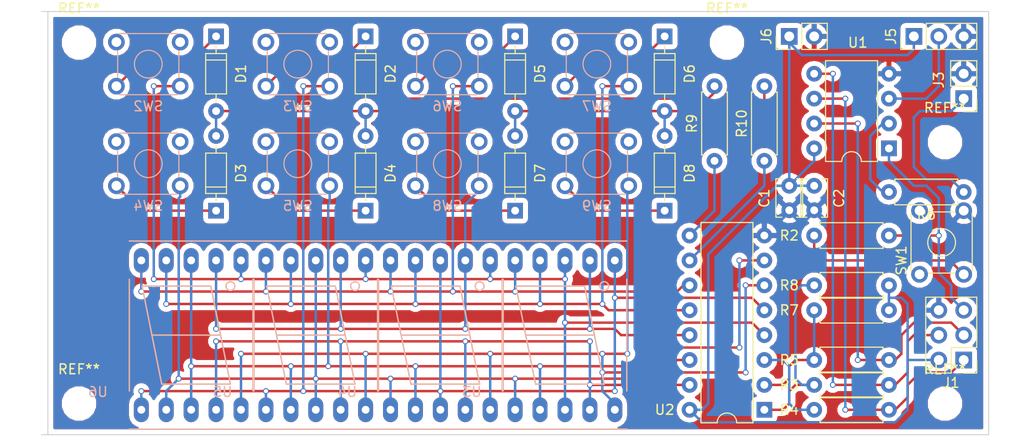
<source format=kicad_pcb>
(kicad_pcb (version 4) (host pcbnew 4.0.7)
  (layers (0 F.Cu signal) (31 B.Cu signal) (34 B.Paste user) (35 F.Paste user) (36 B.SilkS user) (37 F.SilkS user) (38 B.Mask user) (39 F.Mask user) (44 Edge.Cuts user))
  (net 0 "")
  (net 1 +3V3)
  (net 2 GND)
  (net 3 "Net-(D1-Pad1)")
  (net 4 "Net-(D1-Pad2)")
  (net 5 "Net-(D2-Pad1)")
  (net 6 "Net-(D3-Pad1)")
  (net 7 "Net-(D4-Pad1)")
  (net 8 "Net-(D5-Pad1)")
  (net 9 "Net-(D5-Pad2)")
  (net 10 "Net-(D6-Pad1)")
  (net 11 "Net-(D7-Pad1)")
  (net 12 "Net-(D8-Pad1)")
  (net 13 /MISO)
  (net 14 /CLK)
  (net 15 /MOSI)
  (net 16 /RST)
  (net 17 "Net-(J3-Pad1)")
  (net 18 /TIN)
  (net 19 "Net-(R2-Pad2)")
  (net 20 /SDA)
  (net 21 /~IRQ)
  (net 22 /SCL)
  (net 23 "Net-(R9-Pad1)")
  (net 24 "Net-(R10-Pad1)")
  (net 25 /O0)
  (net 26 /O1)
  (net 27 /O2)
  (net 28 /O3)
  (net 29 /O4)
  (net 30 /O5)
  (net 31 /O6)
  (net 32 /O7)
  (net 33 /RLY)
  (net 34 /O8)
  (module Housings_DIP:DIP-8_W7.62mm (layer F.Cu) (at 144.78 64.77 180)
    (fp_text reference U1 (at 3.175 10.795 180) (layer F.SilkS))
    (fp_text value ATTINY85-20PU)
    (pad 1 thru_hole rect (at 0 0 180) (size 1.6 1.6) (drill 0.8) (layers *.Cu *.Mask) (net 16 /RST))
    (pad 5 thru_hole oval (at 7.62 7.62 180) (size 1.6 1.6) (drill 0.8) (layers *.Cu *.Mask) (net 15 /MOSI))
    (pad 2 thru_hole oval (at 0 2.54 180) (size 1.6 1.6) (drill 0.8) (layers *.Cu *.Mask) (net 33 /RLY))
    (pad 6 thru_hole oval (at 7.62 5.08 180) (size 1.6 1.6) (drill 0.8) (layers *.Cu *.Mask) (net 13 /MISO))
    (pad 3 thru_hole oval (at 0 5.08 180) (size 1.6 1.6) (drill 0.8) (layers *.Cu *.Mask) (net 18 /TIN))
    (pad 7 thru_hole oval (at 7.62 2.54 180) (size 1.6 1.6) (drill 0.8) (layers *.Cu *.Mask) (net 14 /CLK))
    (pad 4 thru_hole oval (at 0 7.62 180) (size 1.6 1.6) (drill 0.8) (layers *.Cu *.Mask) (net 2 GND))
    (pad 8 thru_hole oval (at 7.62 0 180) (size 1.6 1.6) (drill 0.8) (layers *.Cu *.Mask) (net 1 +3V3))
  )
  (module Capacitors_THT:C_Disc_D3.8mm_W2.6mm_P2.50mm (layer F.Cu) (at 134.62 68.58 270)
    (fp_text reference C1 (at 1.27 2.54 270) (layer F.SilkS))
    (fp_text value 100nF)
    (pad 1 thru_hole circle (at 0 0 270) (size 1.6 1.6) (drill 0.8) (layers *.Cu *.Mask) (net 1 +3V3))
    (pad 2 thru_hole circle (at 2.5 0 270) (size 1.6 1.6) (drill 0.8) (layers *.Cu *.Mask) (net 2 GND))
  )
  (module Capacitors_THT:C_Disc_D3.8mm_W2.6mm_P2.50mm (layer F.Cu) (at 137.16 68.58 270)
    (fp_text reference C2 (at 1.27 -2.54 270) (layer F.SilkS))
    (fp_text value 100nF)
    (pad 1 thru_hole circle (at 0 0 270) (size 1.6 1.6) (drill 0.8) (layers *.Cu *.Mask) (net 1 +3V3))
    (pad 2 thru_hole circle (at 2.5 0 270) (size 1.6 1.6) (drill 0.8) (layers *.Cu *.Mask) (net 2 GND))
  )
  (module Diodes_THT:D_DO-35_SOD27_P7.62mm_Horizontal (layer F.Cu) (at 76.2 53.34 270)
    (fp_text reference D1 (at 3.81 -2.54 270) (layer F.SilkS))
    (fp_text value D)
    (pad 1 thru_hole rect (at 0 0 270) (size 1.6 1.6) (drill 0.8) (layers *.Cu *.Mask) (net 3 "Net-(D1-Pad1)"))
    (pad 2 thru_hole oval (at 7.62 0 270) (size 1.6 1.6) (drill 0.8) (layers *.Cu *.Mask) (net 4 "Net-(D1-Pad2)"))
  )
  (module Diodes_THT:D_DO-35_SOD27_P7.62mm_Horizontal (layer F.Cu) (at 91.44 53.34 270)
    (fp_text reference D2 (at 3.81 -2.54 270) (layer F.SilkS))
    (fp_text value D)
    (pad 1 thru_hole rect (at 0 0 270) (size 1.6 1.6) (drill 0.8) (layers *.Cu *.Mask) (net 5 "Net-(D2-Pad1)"))
    (pad 2 thru_hole oval (at 7.62 0 270) (size 1.6 1.6) (drill 0.8) (layers *.Cu *.Mask) (net 4 "Net-(D1-Pad2)"))
  )
  (module Diodes_THT:D_DO-35_SOD27_P7.62mm_Horizontal (layer F.Cu) (at 76.2 71.12 90)
    (fp_text reference D3 (at 3.81 2.54 90) (layer F.SilkS))
    (fp_text value D)
    (pad 1 thru_hole rect (at 0 0 90) (size 1.6 1.6) (drill 0.8) (layers *.Cu *.Mask) (net 6 "Net-(D3-Pad1)"))
    (pad 2 thru_hole oval (at 7.62 0 90) (size 1.6 1.6) (drill 0.8) (layers *.Cu *.Mask) (net 4 "Net-(D1-Pad2)"))
  )
  (module Diodes_THT:D_DO-35_SOD27_P7.62mm_Horizontal (layer F.Cu) (at 91.44 71.12 90)
    (fp_text reference D4 (at 3.81 2.54 90) (layer F.SilkS))
    (fp_text value D)
    (pad 1 thru_hole rect (at 0 0 90) (size 1.6 1.6) (drill 0.8) (layers *.Cu *.Mask) (net 7 "Net-(D4-Pad1)"))
    (pad 2 thru_hole oval (at 7.62 0 90) (size 1.6 1.6) (drill 0.8) (layers *.Cu *.Mask) (net 4 "Net-(D1-Pad2)"))
  )
  (module Diodes_THT:D_DO-35_SOD27_P7.62mm_Horizontal (layer F.Cu) (at 106.68 53.34 270)
    (fp_text reference D5 (at 3.81 -2.54 270) (layer F.SilkS))
    (fp_text value D)
    (pad 1 thru_hole rect (at 0 0 270) (size 1.6 1.6) (drill 0.8) (layers *.Cu *.Mask) (net 8 "Net-(D5-Pad1)"))
    (pad 2 thru_hole oval (at 7.62 0 270) (size 1.6 1.6) (drill 0.8) (layers *.Cu *.Mask) (net 9 "Net-(D5-Pad2)"))
  )
  (module Diodes_THT:D_DO-35_SOD27_P7.62mm_Horizontal (layer F.Cu) (at 121.92 53.34 270)
    (fp_text reference D6 (at 3.81 -2.54 270) (layer F.SilkS))
    (fp_text value D)
    (pad 1 thru_hole rect (at 0 0 270) (size 1.6 1.6) (drill 0.8) (layers *.Cu *.Mask) (net 10 "Net-(D6-Pad1)"))
    (pad 2 thru_hole oval (at 7.62 0 270) (size 1.6 1.6) (drill 0.8) (layers *.Cu *.Mask) (net 9 "Net-(D5-Pad2)"))
  )
  (module Diodes_THT:D_DO-35_SOD27_P7.62mm_Horizontal (layer F.Cu) (at 106.68 71.12 90)
    (fp_text reference D7 (at 3.81 2.54 90) (layer F.SilkS))
    (fp_text value D)
    (pad 1 thru_hole rect (at 0 0 90) (size 1.6 1.6) (drill 0.8) (layers *.Cu *.Mask) (net 11 "Net-(D7-Pad1)"))
    (pad 2 thru_hole oval (at 7.62 0 90) (size 1.6 1.6) (drill 0.8) (layers *.Cu *.Mask) (net 9 "Net-(D5-Pad2)"))
  )
  (module Diodes_THT:D_DO-35_SOD27_P7.62mm_Horizontal (layer F.Cu) (at 121.92 71.12 90)
    (fp_text reference D8 (at 3.81 2.54 90) (layer F.SilkS))
    (fp_text value D)
    (pad 1 thru_hole rect (at 0 0 90) (size 1.6 1.6) (drill 0.8) (layers *.Cu *.Mask) (net 12 "Net-(D8-Pad1)"))
    (pad 2 thru_hole oval (at 7.62 0 90) (size 1.6 1.6) (drill 0.8) (layers *.Cu *.Mask) (net 9 "Net-(D5-Pad2)"))
  )
  (module Pin_Headers:Pin_Header_Straight_2x03_Pitch2.54mm (layer F.Cu) (at 152.4 86.36 180)
    (fp_text reference J1 (at 1.27 -2.33 180) (layer F.SilkS))
    (fp_text value ISP/PDI)
    (pad 1 thru_hole rect (at 0 0 180) (size 1.7 1.7) (drill 1) (layers *.Cu *.Mask) (net 13 /MISO))
    (pad 2 thru_hole oval (at 2.54 0 180) (size 1.7 1.7) (drill 1) (layers *.Cu *.Mask) (net 1 +3V3))
    (pad 3 thru_hole oval (at 0 2.54 180) (size 1.7 1.7) (drill 1) (layers *.Cu *.Mask) (net 14 /CLK))
    (pad 4 thru_hole oval (at 2.54 2.54 180) (size 1.7 1.7) (drill 1) (layers *.Cu *.Mask) (net 15 /MOSI))
    (pad 5 thru_hole oval (at 0 5.08 180) (size 1.7 1.7) (drill 1) (layers *.Cu *.Mask) (net 16 /RST))
    (pad 6 thru_hole oval (at 2.54 5.08 180) (size 1.7 1.7) (drill 1) (layers *.Cu *.Mask) (net 2 GND))
  )
  (module Resistors_THT:R_Axial_DIN0207_L6.3mm_D2.5mm_P7.62mm_Horizontal (layer F.Cu) (at 144.78 73.66 180)
    (fp_text reference R2 (at 10.16 0 180) (layer F.SilkS))
    (fp_text value 330R)
    (pad 1 thru_hole circle (at 0 0 180) (size 1.6 1.6) (drill 0.8) (layers *.Cu *.Mask) (net 16 /RST))
    (pad 2 thru_hole oval (at 7.62 0 180) (size 1.6 1.6) (drill 0.8) (layers *.Cu *.Mask) (net 19 "Net-(R2-Pad2)"))
  )
  (module Resistors_THT:R_Axial_DIN0207_L6.3mm_D2.5mm_P7.62mm_Horizontal (layer F.Cu) (at 137.16 88.9)
    (fp_text reference R3 (at -2.54 0) (layer F.SilkS))
    (fp_text value 330R)
    (pad 1 thru_hole circle (at 0 0) (size 1.6 1.6) (drill 0.8) (layers *.Cu *.Mask) (net 20 /SDA))
    (pad 2 thru_hole oval (at 7.62 0) (size 1.6 1.6) (drill 0.8) (layers *.Cu *.Mask) (net 15 /MOSI))
  )
  (module Resistors_THT:R_Axial_DIN0207_L6.3mm_D2.5mm_P7.62mm_Horizontal (layer F.Cu) (at 137.16 91.44)
    (fp_text reference R4 (at -2.54 0) (layer F.SilkS))
    (fp_text value 330R)
    (pad 1 thru_hole circle (at 0 0) (size 1.6 1.6) (drill 0.8) (layers *.Cu *.Mask) (net 21 /~IRQ))
    (pad 2 thru_hole oval (at 7.62 0) (size 1.6 1.6) (drill 0.8) (layers *.Cu *.Mask) (net 13 /MISO))
  )
  (module Resistors_THT:R_Axial_DIN0207_L6.3mm_D2.5mm_P7.62mm_Horizontal (layer F.Cu) (at 137.16 86.36)
    (fp_text reference R5 (at -2.54 0) (layer F.SilkS))
    (fp_text value 330R)
    (pad 1 thru_hole circle (at 0 0) (size 1.6 1.6) (drill 0.8) (layers *.Cu *.Mask) (net 22 /SCL))
    (pad 2 thru_hole oval (at 7.62 0) (size 1.6 1.6) (drill 0.8) (layers *.Cu *.Mask) (net 14 /CLK))
  )
  (module Resistors_THT:R_Axial_DIN0207_L6.3mm_D2.5mm_P7.62mm_Horizontal (layer F.Cu) (at 152.4 69.215 180)
    (fp_text reference R6 (at 3.81 -2.31 180) (layer F.SilkS))
    (fp_text value 1K)
    (pad 1 thru_hole circle (at 0 0 180) (size 1.6 1.6) (drill 0.8) (layers *.Cu *.Mask) (net 17 "Net-(J3-Pad1)"))
    (pad 2 thru_hole oval (at 7.62 0 180) (size 1.6 1.6) (drill 0.8) (layers *.Cu *.Mask) (net 33 /RLY))
  )
  (module Resistors_THT:R_Axial_DIN0207_L6.3mm_D2.5mm_P7.62mm_Horizontal (layer F.Cu) (at 137.16 81.28)
    (fp_text reference R7 (at -2.54 0) (layer F.SilkS))
    (fp_text value 4K7)
    (pad 1 thru_hole circle (at 0 0) (size 1.6 1.6) (drill 0.8) (layers *.Cu *.Mask) (net 22 /SCL))
    (pad 2 thru_hole oval (at 7.62 0) (size 1.6 1.6) (drill 0.8) (layers *.Cu *.Mask) (net 1 +3V3))
  )
  (module Resistors_THT:R_Axial_DIN0207_L6.3mm_D2.5mm_P7.62mm_Horizontal (layer F.Cu) (at 137.16 78.74)
    (fp_text reference R8 (at -2.54 0) (layer F.SilkS))
    (fp_text value 4K7)
    (pad 1 thru_hole circle (at 0 0) (size 1.6 1.6) (drill 0.8) (layers *.Cu *.Mask) (net 20 /SDA))
    (pad 2 thru_hole oval (at 7.62 0) (size 1.6 1.6) (drill 0.8) (layers *.Cu *.Mask) (net 1 +3V3))
  )
  (module Resistors_THT:R_Axial_DIN0207_L6.3mm_D2.5mm_P7.62mm_Horizontal (layer F.Cu) (at 127 66.04 90)
    (fp_text reference R9 (at 3.81 -2.31 90) (layer F.SilkS))
    (fp_text value 39K)
    (pad 1 thru_hole circle (at 0 0 90) (size 1.6 1.6) (drill 0.8) (layers *.Cu *.Mask) (net 23 "Net-(R9-Pad1)"))
    (pad 2 thru_hole oval (at 7.62 0 90) (size 1.6 1.6) (drill 0.8) (layers *.Cu *.Mask) (net 4 "Net-(D1-Pad2)"))
  )
  (module Resistors_THT:R_Axial_DIN0207_L6.3mm_D2.5mm_P7.62mm_Horizontal (layer F.Cu) (at 132.08 66.04 90)
    (fp_text reference R10 (at 3.81 -2.31 90) (layer F.SilkS))
    (fp_text value 39K)
    (pad 1 thru_hole circle (at 0 0 90) (size 1.6 1.6) (drill 0.8) (layers *.Cu *.Mask) (net 24 "Net-(R10-Pad1)"))
    (pad 2 thru_hole oval (at 7.62 0 90) (size 1.6 1.6) (drill 0.8) (layers *.Cu *.Mask) (net 9 "Net-(D5-Pad2)"))
  )
  (module Buttons_Switches_THT:SW_TH_Tactile_Omron_B3F-10xx (layer F.Cu) (at 152.4 71.12 270)
    (fp_text reference SW1 (at 5.08 6.35 270) (layer F.SilkS))
    (fp_text value SW_Push)
    (pad 4 thru_hole circle (at 6.5 4.5 270) (size 1.7 1.7) (drill 1) (layers *.Cu *.Mask))
    (pad 3 thru_hole circle (at 0 4.5 270) (size 1.7 1.7) (drill 1) (layers *.Cu *.Mask))
    (pad 2 thru_hole circle (at 6.5 0 270) (size 1.7 1.7) (drill 1) (layers *.Cu *.Mask) (net 19 "Net-(R2-Pad2)"))
    (pad 1 thru_hole circle (at 0 0 270) (size 1.7 1.7) (drill 1) (layers *.Cu *.Mask) (net 2 GND))
  )
  (module Buttons_Switches_THT:SW_TH_Tactile_Omron_B3F-10xx (layer B.Cu) (at 66.04 58.42)
    (fp_text reference SW2 (at 3.25 2.05) (layer B.SilkS) (effects (justify mirror)))
    (fp_text value SW_Push)
    (pad 4 thru_hole circle (at 6.5 -4.5) (size 1.7 1.7) (drill 1) (layers *.Cu *.Mask))
    (pad 3 thru_hole circle (at 0 -4.5) (size 1.7 1.7) (drill 1) (layers *.Cu *.Mask))
    (pad 2 thru_hole circle (at 6.5 0) (size 1.7 1.7) (drill 1) (layers *.Cu *.Mask) (net 25 /O0))
    (pad 1 thru_hole circle (at 0 0) (size 1.7 1.7) (drill 1) (layers *.Cu *.Mask) (net 3 "Net-(D1-Pad1)"))
  )
  (module Buttons_Switches_THT:SW_TH_Tactile_Omron_B3F-10xx (layer B.Cu) (at 81.28 58.42)
    (fp_text reference SW3 (at 3.25 2.05) (layer B.SilkS) (effects (justify mirror)))
    (fp_text value SW_Push)
    (pad 4 thru_hole circle (at 6.5 -4.5) (size 1.7 1.7) (drill 1) (layers *.Cu *.Mask))
    (pad 3 thru_hole circle (at 0 -4.5) (size 1.7 1.7) (drill 1) (layers *.Cu *.Mask))
    (pad 2 thru_hole circle (at 6.5 0) (size 1.7 1.7) (drill 1) (layers *.Cu *.Mask) (net 26 /O1))
    (pad 1 thru_hole circle (at 0 0) (size 1.7 1.7) (drill 1) (layers *.Cu *.Mask) (net 5 "Net-(D2-Pad1)"))
  )
  (module Buttons_Switches_THT:SW_TH_Tactile_Omron_B3F-10xx (layer B.Cu) (at 66.04 68.58)
    (fp_text reference SW4 (at 3.25 2.05) (layer B.SilkS) (effects (justify mirror)))
    (fp_text value SW_Push)
    (pad 4 thru_hole circle (at 6.5 -4.5) (size 1.7 1.7) (drill 1) (layers *.Cu *.Mask))
    (pad 3 thru_hole circle (at 0 -4.5) (size 1.7 1.7) (drill 1) (layers *.Cu *.Mask))
    (pad 2 thru_hole circle (at 6.5 0) (size 1.7 1.7) (drill 1) (layers *.Cu *.Mask) (net 27 /O2))
    (pad 1 thru_hole circle (at 0 0) (size 1.7 1.7) (drill 1) (layers *.Cu *.Mask) (net 6 "Net-(D3-Pad1)"))
  )
  (module Buttons_Switches_THT:SW_TH_Tactile_Omron_B3F-10xx (layer B.Cu) (at 81.28 68.58)
    (fp_text reference SW5 (at 3.25 2.05) (layer B.SilkS) (effects (justify mirror)))
    (fp_text value SW_Push)
    (pad 4 thru_hole circle (at 6.5 -4.5) (size 1.7 1.7) (drill 1) (layers *.Cu *.Mask))
    (pad 3 thru_hole circle (at 0 -4.5) (size 1.7 1.7) (drill 1) (layers *.Cu *.Mask))
    (pad 2 thru_hole circle (at 6.5 0) (size 1.7 1.7) (drill 1) (layers *.Cu *.Mask) (net 28 /O3))
    (pad 1 thru_hole circle (at 0 0) (size 1.7 1.7) (drill 1) (layers *.Cu *.Mask) (net 7 "Net-(D4-Pad1)"))
  )
  (module Buttons_Switches_THT:SW_TH_Tactile_Omron_B3F-10xx (layer B.Cu) (at 96.52 58.42)
    (fp_text reference SW6 (at 3.25 2.05) (layer B.SilkS) (effects (justify mirror)))
    (fp_text value SW_Push)
    (pad 4 thru_hole circle (at 6.5 -4.5) (size 1.7 1.7) (drill 1) (layers *.Cu *.Mask))
    (pad 3 thru_hole circle (at 0 -4.5) (size 1.7 1.7) (drill 1) (layers *.Cu *.Mask))
    (pad 2 thru_hole circle (at 6.5 0) (size 1.7 1.7) (drill 1) (layers *.Cu *.Mask) (net 29 /O4))
    (pad 1 thru_hole circle (at 0 0) (size 1.7 1.7) (drill 1) (layers *.Cu *.Mask) (net 8 "Net-(D5-Pad1)"))
  )
  (module Buttons_Switches_THT:SW_TH_Tactile_Omron_B3F-10xx (layer B.Cu) (at 111.76 58.42)
    (fp_text reference SW7 (at 3.25 2.05) (layer B.SilkS) (effects (justify mirror)))
    (fp_text value SW_Push)
    (pad 4 thru_hole circle (at 6.5 -4.5) (size 1.7 1.7) (drill 1) (layers *.Cu *.Mask))
    (pad 3 thru_hole circle (at 0 -4.5) (size 1.7 1.7) (drill 1) (layers *.Cu *.Mask))
    (pad 2 thru_hole circle (at 6.5 0) (size 1.7 1.7) (drill 1) (layers *.Cu *.Mask) (net 30 /O5))
    (pad 1 thru_hole circle (at 0 0) (size 1.7 1.7) (drill 1) (layers *.Cu *.Mask) (net 10 "Net-(D6-Pad1)"))
  )
  (module Buttons_Switches_THT:SW_TH_Tactile_Omron_B3F-10xx (layer B.Cu) (at 96.52 68.58)
    (fp_text reference SW8 (at 3.25 2.05) (layer B.SilkS) (effects (justify mirror)))
    (fp_text value SW_Push)
    (pad 4 thru_hole circle (at 6.5 -4.5) (size 1.7 1.7) (drill 1) (layers *.Cu *.Mask))
    (pad 3 thru_hole circle (at 0 -4.5) (size 1.7 1.7) (drill 1) (layers *.Cu *.Mask))
    (pad 2 thru_hole circle (at 6.5 0) (size 1.7 1.7) (drill 1) (layers *.Cu *.Mask) (net 31 /O6))
    (pad 1 thru_hole circle (at 0 0) (size 1.7 1.7) (drill 1) (layers *.Cu *.Mask) (net 11 "Net-(D7-Pad1)"))
  )
  (module Buttons_Switches_THT:SW_TH_Tactile_Omron_B3F-10xx (layer B.Cu) (at 111.76 68.58)
    (fp_text reference SW9 (at 3.25 2.05) (layer B.SilkS) (effects (justify mirror)))
    (fp_text value SW_Push)
    (pad 4 thru_hole circle (at 6.5 -4.5) (size 1.7 1.7) (drill 1) (layers *.Cu *.Mask))
    (pad 3 thru_hole circle (at 0 -4.5) (size 1.7 1.7) (drill 1) (layers *.Cu *.Mask))
    (pad 2 thru_hole circle (at 6.5 0) (size 1.7 1.7) (drill 1) (layers *.Cu *.Mask) (net 32 /O7))
    (pad 1 thru_hole circle (at 0 0) (size 1.7 1.7) (drill 1) (layers *.Cu *.Mask) (net 12 "Net-(D8-Pad1)"))
  )
  (module Housings_DIP:DIP-16_W7.62mm (layer F.Cu) (at 132.08 91.44 180)
    (fp_text reference U2 (at 10.16 0 180) (layer F.SilkS))
    (fp_text value MAX6959)
    (pad 1 thru_hole rect (at 0 0 180) (size 1.6 1.6) (drill 0.8) (layers *.Cu *.Mask) (net 20 /SDA))
    (pad 9 thru_hole oval (at 7.62 17.78 180) (size 1.6 1.6) (drill 0.8) (layers *.Cu *.Mask) (net 23 "Net-(R9-Pad1)"))
    (pad 2 thru_hole oval (at 0 2.54 180) (size 1.6 1.6) (drill 0.8) (layers *.Cu *.Mask) (net 22 /SCL))
    (pad 10 thru_hole oval (at 7.62 15.24 180) (size 1.6 1.6) (drill 0.8) (layers *.Cu *.Mask) (net 24 "Net-(R10-Pad1)"))
    (pad 3 thru_hole oval (at 0 5.08 180) (size 1.6 1.6) (drill 0.8) (layers *.Cu *.Mask) (net 21 /~IRQ))
    (pad 11 thru_hole oval (at 7.62 12.7 180) (size 1.6 1.6) (drill 0.8) (layers *.Cu *.Mask) (net 29 /O4))
    (pad 4 thru_hole oval (at 0 7.62 180) (size 1.6 1.6) (drill 0.8) (layers *.Cu *.Mask) (net 25 /O0))
    (pad 12 thru_hole oval (at 7.62 10.16 180) (size 1.6 1.6) (drill 0.8) (layers *.Cu *.Mask) (net 30 /O5))
    (pad 5 thru_hole oval (at 0 10.16 180) (size 1.6 1.6) (drill 0.8) (layers *.Cu *.Mask) (net 26 /O1))
    (pad 13 thru_hole oval (at 7.62 7.62 180) (size 1.6 1.6) (drill 0.8) (layers *.Cu *.Mask) (net 31 /O6))
    (pad 6 thru_hole oval (at 0 12.7 180) (size 1.6 1.6) (drill 0.8) (layers *.Cu *.Mask) (net 27 /O2))
    (pad 14 thru_hole oval (at 7.62 5.08 180) (size 1.6 1.6) (drill 0.8) (layers *.Cu *.Mask) (net 32 /O7))
    (pad 7 thru_hole oval (at 0 15.24 180) (size 1.6 1.6) (drill 0.8) (layers *.Cu *.Mask) (net 28 /O3))
    (pad 15 thru_hole oval (at 7.62 2.54 180) (size 1.6 1.6) (drill 0.8) (layers *.Cu *.Mask) (net 34 /O8))
    (pad 8 thru_hole oval (at 0 17.78 180) (size 1.6 1.6) (drill 0.8) (layers *.Cu *.Mask) (net 2 GND))
    (pad 16 thru_hole oval (at 7.62 0 180) (size 1.6 1.6) (drill 0.8) (layers *.Cu *.Mask) (net 1 +3V3))
  )
  (module Displays_7-Segment:7SegmentLED_LTS6760_LTS6780 (layer B.Cu) (at 111.76 83.82)
    (fp_text reference U3 (at -9.5 5.8) (layer B.SilkS) (effects (justify mirror)))
    (fp_text value 7SEGMENT_CC)
    (pad 1 thru_hole oval (at -5.08 -7.62) (size 1.524 2.524) (drill 0.8) (layers *.Cu *.Mask) (net 29 /O4))
    (pad 2 thru_hole oval (at -2.54 -7.62) (size 1.524 2.524) (drill 0.8) (layers *.Cu *.Mask) (net 30 /O5))
    (pad 3 thru_hole oval (at 0 -7.62) (size 1.524 2.524) (drill 0.8) (layers *.Cu *.Mask) (net 25 /O0))
    (pad 4 thru_hole oval (at 2.54 -7.62) (size 1.524 2.524) (drill 0.8) (layers *.Cu *.Mask) (net 31 /O6))
    (pad 5 thru_hole oval (at 5.08 -7.62) (size 1.524 2.524) (drill 0.8) (layers *.Cu *.Mask) (net 26 /O1))
    (pad 6 thru_hole oval (at 5.08 7.62) (size 1.524 2.524) (drill 0.8) (layers *.Cu *.Mask) (net 32 /O7))
    (pad 7 thru_hole oval (at 2.54 7.62) (size 1.524 2.524) (drill 0.8) (layers *.Cu *.Mask) (net 34 /O8))
    (pad 8 thru_hole oval (at 0 7.62) (size 1.524 2.524) (drill 0.8) (layers *.Cu *.Mask) (net 25 /O0))
    (pad 9 thru_hole oval (at -2.54 7.62) (size 1.524 2.524) (drill 0.8) (layers *.Cu *.Mask) (net 28 /O3))
    (pad 10 thru_hole oval (at -5.08 7.62) (size 1.524 2.524) (drill 0.8) (layers *.Cu *.Mask) (net 27 /O2))
  )
  (module Displays_7-Segment:7SegmentLED_LTS6760_LTS6780 (layer B.Cu) (at 99.06 83.82)
    (fp_text reference U4 (at -9.5 5.8) (layer B.SilkS) (effects (justify mirror)))
    (fp_text value 7SEGMENT_CC)
    (pad 1 thru_hole oval (at -5.08 -7.62) (size 1.524 2.524) (drill 0.8) (layers *.Cu *.Mask) (net 29 /O4))
    (pad 2 thru_hole oval (at -2.54 -7.62) (size 1.524 2.524) (drill 0.8) (layers *.Cu *.Mask) (net 30 /O5))
    (pad 3 thru_hole oval (at 0 -7.62) (size 1.524 2.524) (drill 0.8) (layers *.Cu *.Mask) (net 26 /O1))
    (pad 4 thru_hole oval (at 2.54 -7.62) (size 1.524 2.524) (drill 0.8) (layers *.Cu *.Mask) (net 31 /O6))
    (pad 5 thru_hole oval (at 5.08 -7.62) (size 1.524 2.524) (drill 0.8) (layers *.Cu *.Mask) (net 25 /O0))
    (pad 6 thru_hole oval (at 5.08 7.62) (size 1.524 2.524) (drill 0.8) (layers *.Cu *.Mask) (net 32 /O7))
    (pad 7 thru_hole oval (at 2.54 7.62) (size 1.524 2.524) (drill 0.8) (layers *.Cu *.Mask) (net 34 /O8))
    (pad 8 thru_hole oval (at 0 7.62) (size 1.524 2.524) (drill 0.8) (layers *.Cu *.Mask) (net 26 /O1))
    (pad 9 thru_hole oval (at -2.54 7.62) (size 1.524 2.524) (drill 0.8) (layers *.Cu *.Mask) (net 28 /O3))
    (pad 10 thru_hole oval (at -5.08 7.62) (size 1.524 2.524) (drill 0.8) (layers *.Cu *.Mask) (net 27 /O2))
  )
  (module Displays_7-Segment:7SegmentLED_LTS6760_LTS6780 (layer B.Cu) (at 86.36 83.82)
    (fp_text reference U5 (at -9.5 5.8) (layer B.SilkS) (effects (justify mirror)))
    (fp_text value 7SEGMENT_CC)
    (pad 1 thru_hole oval (at -5.08 -7.62) (size 1.524 2.524) (drill 0.8) (layers *.Cu *.Mask) (net 29 /O4))
    (pad 2 thru_hole oval (at -2.54 -7.62) (size 1.524 2.524) (drill 0.8) (layers *.Cu *.Mask) (net 30 /O5))
    (pad 3 thru_hole oval (at 0 -7.62) (size 1.524 2.524) (drill 0.8) (layers *.Cu *.Mask) (net 27 /O2))
    (pad 4 thru_hole oval (at 2.54 -7.62) (size 1.524 2.524) (drill 0.8) (layers *.Cu *.Mask) (net 31 /O6))
    (pad 5 thru_hole oval (at 5.08 -7.62) (size 1.524 2.524) (drill 0.8) (layers *.Cu *.Mask) (net 25 /O0))
    (pad 6 thru_hole oval (at 5.08 7.62) (size 1.524 2.524) (drill 0.8) (layers *.Cu *.Mask) (net 32 /O7))
    (pad 7 thru_hole oval (at 2.54 7.62) (size 1.524 2.524) (drill 0.8) (layers *.Cu *.Mask) (net 34 /O8))
    (pad 8 thru_hole oval (at 0 7.62) (size 1.524 2.524) (drill 0.8) (layers *.Cu *.Mask) (net 27 /O2))
    (pad 9 thru_hole oval (at -2.54 7.62) (size 1.524 2.524) (drill 0.8) (layers *.Cu *.Mask) (net 28 /O3))
    (pad 10 thru_hole oval (at -5.08 7.62) (size 1.524 2.524) (drill 0.8) (layers *.Cu *.Mask) (net 26 /O1))
  )
  (module Displays_7-Segment:7SegmentLED_LTS6760_LTS6780 (layer B.Cu) (at 73.66 83.82)
    (fp_text reference U6 (at -9.5 5.8) (layer B.SilkS) (effects (justify mirror)))
    (fp_text value 7SEGMENT_CC)
    (pad 1 thru_hole oval (at -5.08 -7.62) (size 1.524 2.524) (drill 0.8) (layers *.Cu *.Mask) (net 29 /O4))
    (pad 2 thru_hole oval (at -2.54 -7.62) (size 1.524 2.524) (drill 0.8) (layers *.Cu *.Mask) (net 30 /O5))
    (pad 3 thru_hole oval (at 0 -7.62) (size 1.524 2.524) (drill 0.8) (layers *.Cu *.Mask) (net 28 /O3))
    (pad 4 thru_hole oval (at 2.54 -7.62) (size 1.524 2.524) (drill 0.8) (layers *.Cu *.Mask) (net 31 /O6))
    (pad 5 thru_hole oval (at 5.08 -7.62) (size 1.524 2.524) (drill 0.8) (layers *.Cu *.Mask) (net 25 /O0))
    (pad 6 thru_hole oval (at 5.08 7.62) (size 1.524 2.524) (drill 0.8) (layers *.Cu *.Mask) (net 32 /O7))
    (pad 7 thru_hole oval (at 2.54 7.62) (size 1.524 2.524) (drill 0.8) (layers *.Cu *.Mask) (net 34 /O8))
    (pad 8 thru_hole oval (at 0 7.62) (size 1.524 2.524) (drill 0.8) (layers *.Cu *.Mask) (net 28 /O3))
    (pad 9 thru_hole oval (at -2.54 7.62) (size 1.524 2.524) (drill 0.8) (layers *.Cu *.Mask) (net 27 /O2))
    (pad 10 thru_hole oval (at -5.08 7.62) (size 1.524 2.524) (drill 0.8) (layers *.Cu *.Mask) (net 26 /O1))
  )
  (module Pin_Headers:Pin_Header_Straight_1x02_Pitch2.54mm (layer F.Cu) (at 134.62 53.34 90)
    (fp_text reference J6 (at 0 -2.33 90) (layer F.SilkS))
    (fp_text value PWR)
    (pad 1 thru_hole rect (at 0 0 90) (size 1.7 1.7) (drill 1) (layers *.Cu *.Mask) (net 1 +3V3))
    (pad 2 thru_hole oval (at 0 2.54 90) (size 1.7 1.7) (drill 1) (layers *.Cu *.Mask) (net 2 GND))
  )
  (module Pin_Headers:Pin_Header_Straight_1x03_Pitch2.54mm (layer F.Cu) (at 147.32 53.34 90)
    (fp_text reference J5 (at 0 -2.33 90) (layer F.SilkS))
    (fp_text value TEMP)
    (pad 1 thru_hole rect (at 0 0 90) (size 1.7 1.7) (drill 1) (layers *.Cu *.Mask) (net 1 +3V3))
    (pad 2 thru_hole oval (at 0 2.54 90) (size 1.7 1.7) (drill 1) (layers *.Cu *.Mask) (net 18 /TIN))
    (pad 3 thru_hole oval (at 0 5.08 90) (size 1.7 1.7) (drill 1) (layers *.Cu *.Mask) (net 2 GND))
  )
  (module Pin_Headers:Pin_Header_Straight_1x02_Pitch2.54mm (layer F.Cu) (at 152.4 59.69 180)
    (fp_text reference J3 (at 2.54 1.905 270) (layer F.SilkS))
    (fp_text value RLY)
    (pad 1 thru_hole rect (at 0 0 180) (size 1.7 1.7) (drill 1) (layers *.Cu *.Mask) (net 17 "Net-(J3-Pad1)"))
    (pad 2 thru_hole oval (at 0 2.54 180) (size 1.7 1.7) (drill 1) (layers *.Cu *.Mask) (net 2 GND))
  )
  (module Mounting_Holes:MountingHole_2.5mm (layer F.Cu) (at 128.27 53.975)
    (fp_text reference REF** (at 0 -3.5) (layer F.SilkS))
    (fp_text value MountingHole_2.5mm)
    (pad 1 np_thru_hole circle (at 0 0) (size 2.5 2.5) (drill 2.5) (layers *.Cu *.Mask))
  )
  (module Mounting_Holes:MountingHole_2.5mm (layer F.Cu) (at 62.23 90.805)
    (fp_text reference REF** (at 0 -3.5) (layer F.SilkS))
    (fp_text value MountingHole_2.5mm)
    (pad 1 np_thru_hole circle (at 0 0) (size 2.5 2.5) (drill 2.5) (layers *.Cu *.Mask))
  )
  (module Mounting_Holes:MountingHole_2.5mm (layer F.Cu) (at 62.23 53.975)
    (fp_text reference REF** (at 0 -3.5) (layer F.SilkS))
    (fp_text value MountingHole_2.5mm)
    (pad 1 np_thru_hole circle (at 0 0) (size 2.5 2.5) (drill 2.5) (layers *.Cu *.Mask))
  )
  (module Mounting_Holes:MountingHole_2.5mm (layer F.Cu) (at 150.495 64.135)
    (fp_text reference REF** (at 0 -3.5) (layer F.SilkS))
    (fp_text value MountingHole_2.5mm)
    (pad 1 np_thru_hole circle (at 0 0) (size 2.5 2.5) (drill 2.5) (layers *.Cu *.Mask))
  )
  (module Mounting_Holes:MountingHole_2.5mm (layer F.Cu) (at 150.495 90.805)
    (fp_text reference REF** (at 0 -3.5) (layer F.SilkS))
    (fp_text value MountingHole_2.5mm)
    (pad 1 np_thru_hole circle (at 0 0) (size 2.5 2.5) (drill 2.5) (layers *.Cu *.Mask))
  )
  (gr_text "SousVide 1.0 - Richard Vodden 2017" (at 60.96 73.025 90) (layer F.Cu) (effects (font (size 1 1) (thickness 0.25))))
  (gr_line (start 59.055 50.8) (end 59.055 93.98) (angle 90) (layer Edge.Cuts) (width 0.1))
  (gr_line (start 58.42 93.98) (end 154.94 93.98) (angle 90) (layer Edge.Cuts) (width 0.1))
  (gr_line (start 154.94 50.8) (end 58.42 50.8) (angle 90) (layer Edge.Cuts) (width 0.1))
  (gr_line (start 154.94 50.8) (end 154.94 93.98) (angle 90) (layer Edge.Cuts) (width 0.1))
  (segment (start 146.685 86.36) (end 149.86 86.36) (width 0.25) (layer B.Cu) (net 1))
  (segment (start 146.685 81.915) (end 146.685 80.645) (width 0.25) (layer B.Cu) (net 1))
  (segment (start 146.685 91.44) (end 146.685 86.36) (width 0.25) (layer B.Cu) (net 1))
  (segment (start 146.685 86.36) (end 146.685 81.915) (width 0.25) (layer B.Cu) (net 1))
  (segment (start 145.415 92.71) (end 146.685 91.44) (width 0.25) (layer B.Cu) (net 1))
  (segment (start 146.05 80.01) (end 144.78 80.01) (width 0.25) (layer B.Cu) (net 1))
  (segment (start 146.685 80.645) (end 146.05 80.01) (width 0.25) (layer B.Cu) (net 1))
  (segment (start 149.86 86.36) (end 149.86 86.995) (width 0.25) (layer B.Cu) (net 1))
  (segment (start 145.415 92.71) (end 125.73 92.71) (width 0.25) (layer B.Cu) (net 1))
  (segment (start 125.73 92.71) (end 124.46 91.44) (width 0.25) (layer B.Cu) (net 1))
  (segment (start 134.62 53.34) (end 134.62 53.975) (width 0.25) (layer B.Cu) (net 1))
  (segment (start 134.62 53.975) (end 135.89 55.245) (width 0.25) (layer B.Cu) (net 1))
  (segment (start 147.32 54.61) (end 147.32 53.34) (width 0.25) (layer B.Cu) (net 1))
  (segment (start 146.685 55.245) (end 147.32 54.61) (width 0.25) (layer B.Cu) (net 1))
  (segment (start 135.89 55.245) (end 146.685 55.245) (width 0.25) (layer B.Cu) (net 1))
  (segment (start 137.16 64.77) (end 137.16 66.04) (width 0.25) (layer B.Cu) (net 1))
  (segment (start 137.16 66.04) (end 134.62 68.58) (width 0.25) (layer B.Cu) (net 1))
  (segment (start 137.16 68.58) (end 134.62 68.58) (width 0.25) (layer B.Cu) (net 1))
  (segment (start 134.62 68.58) (end 134.62 53.34) (width 0.25) (layer B.Cu) (net 1))
  (segment (start 126.365 75.565) (end 133.35 68.58) (width 0.25) (layer B.Cu) (net 1))
  (segment (start 126.365 75.565) (end 126.365 90.805) (width 0.25) (layer B.Cu) (net 1))
  (segment (start 126.365 90.805) (end 125.73 91.44) (width 0.25) (layer B.Cu) (net 1))
  (segment (start 124.46 91.44) (end 125.73 91.44) (width 0.25) (layer B.Cu) (net 1))
  (segment (start 133.35 68.58) (end 134.62 68.58) (width 0.25) (layer B.Cu) (net 1))
  (segment (start 144.78 78.74) (end 144.78 80.01) (width 0.25) (layer B.Cu) (net 1))
  (segment (start 144.78 80.01) (end 144.78 81.28) (width 0.25) (layer B.Cu) (net 1))
  (segment (start 149.86 81.28) (end 149.86 80.645) (width 0.25) (layer F.Cu) (net 2))
  (segment (start 152.4 53.34) (end 152.4 53.975) (width 0.25) (layer F.Cu) (net 2))
  (segment (start 137.2 71.08) (end 137.16 71.08) (width 0.25) (layer F.Cu) (net 2))
  (segment (start 132.08 73.66) (end 132.08 72.39) (width 0.25) (layer B.Cu) (net 2))
  (segment (start 132.08 72.39) (end 134.62 71.12) (width 0.25) (layer B.Cu) (net 2))
  (segment (start 134.62 71.12) (end 134.62 71.08) (width 0.25) (layer B.Cu) (net 2))
  (segment (start 66.04 58.42) (end 68.58 55.88) (width 0.25) (layer F.Cu) (net 3))
  (segment (start 73.66 55.88) (end 76.2 53.34) (width 0.25) (layer F.Cu) (net 3))
  (segment (start 68.58 55.88) (end 73.66 55.88) (width 0.25) (layer F.Cu) (net 3))
  (segment (start 91.44 60.96) (end 92.71 60.96) (width 0.25) (layer F.Cu) (net 4))
  (segment (start 127 59.055) (end 127 58.42) (width 0.25) (layer F.Cu) (net 4))
  (segment (start 126.365 59.69) (end 127 59.055) (width 0.25) (layer F.Cu) (net 4))
  (segment (start 93.98 59.69) (end 126.365 59.69) (width 0.25) (layer F.Cu) (net 4))
  (segment (start 92.71 60.96) (end 93.98 59.69) (width 0.25) (layer F.Cu) (net 4))
  (segment (start 91.44 60.96) (end 76.2 60.96) (width 0.25) (layer F.Cu) (net 4))
  (segment (start 91.44 60.96) (end 91.44 63.5) (width 0.25) (layer B.Cu) (net 4))
  (segment (start 76.2 60.96) (end 76.2 63.5) (width 0.25) (layer B.Cu) (net 4))
  (segment (start 81.28 58.42) (end 83.82 55.88) (width 0.25) (layer F.Cu) (net 5))
  (segment (start 88.9 55.88) (end 91.44 53.34) (width 0.25) (layer F.Cu) (net 5))
  (segment (start 83.82 55.88) (end 88.9 55.88) (width 0.25) (layer F.Cu) (net 5))
  (segment (start 66.04 68.58) (end 68.58 71.12) (width 0.25) (layer F.Cu) (net 6))
  (segment (start 68.58 71.12) (end 76.2 71.12) (width 0.25) (layer F.Cu) (net 6))
  (segment (start 81.28 68.58) (end 83.82 71.12) (width 0.25) (layer F.Cu) (net 7))
  (segment (start 83.82 71.12) (end 91.44 71.12) (width 0.25) (layer F.Cu) (net 7))
  (segment (start 96.52 58.42) (end 99.06 55.88) (width 0.25) (layer F.Cu) (net 8))
  (segment (start 104.14 55.88) (end 106.68 53.34) (width 0.25) (layer F.Cu) (net 8))
  (segment (start 99.06 55.88) (end 104.14 55.88) (width 0.25) (layer F.Cu) (net 8))
  (segment (start 121.92 60.96) (end 131.445 60.96) (width 0.25) (layer F.Cu) (net 9))
  (segment (start 132.08 60.325) (end 132.08 58.42) (width 0.25) (layer F.Cu) (net 9))
  (segment (start 131.445 60.96) (end 132.08 60.325) (width 0.25) (layer F.Cu) (net 9))
  (segment (start 106.68 60.96) (end 121.92 60.96) (width 0.25) (layer F.Cu) (net 9))
  (segment (start 106.68 63.5) (end 106.68 60.96) (width 0.25) (layer B.Cu) (net 9))
  (segment (start 121.92 63.5) (end 121.92 60.96) (width 0.25) (layer B.Cu) (net 9))
  (segment (start 111.76 58.42) (end 114.3 55.88) (width 0.25) (layer F.Cu) (net 10))
  (segment (start 119.38 55.88) (end 121.92 53.34) (width 0.25) (layer F.Cu) (net 10))
  (segment (start 114.3 55.88) (end 119.38 55.88) (width 0.25) (layer F.Cu) (net 10))
  (segment (start 96.52 68.58) (end 99.06 71.12) (width 0.25) (layer F.Cu) (net 11))
  (segment (start 99.06 71.12) (end 106.68 71.12) (width 0.25) (layer F.Cu) (net 11))
  (segment (start 111.76 68.58) (end 114.3 71.12) (width 0.25) (layer F.Cu) (net 12))
  (segment (start 114.3 71.12) (end 121.92 71.12) (width 0.25) (layer F.Cu) (net 12))
  (segment (start 144.78 91.44) (end 145.415 91.44) (width 0.25) (layer F.Cu) (net 13))
  (segment (start 145.415 91.44) (end 146.685 90.17) (width 0.25) (layer F.Cu) (net 13))
  (segment (start 151.13 87.63) (end 152.4 86.36) (width 0.25) (layer F.Cu) (net 13))
  (segment (start 147.955 87.63) (end 151.13 87.63) (width 0.25) (layer F.Cu) (net 13))
  (segment (start 146.685 88.9) (end 147.955 87.63) (width 0.25) (layer F.Cu) (net 13))
  (segment (start 146.685 90.17) (end 146.685 88.9) (width 0.25) (layer F.Cu) (net 13))
  (segment (start 140.335 59.69) (end 140.335 59.69) (width 0.25) (layer B.Cu) (net 13))
  (segment (start 137.16 59.69) (end 140.335 59.69) (width 0.25) (layer F.Cu) (net 13))
  (segment (start 140.335 91.44) (end 144.78 91.44) (width 0.25) (layer F.Cu) (net 13))
  (via (at 140.335 91.44) (size 0.6) (drill 0.4) (layers F.Cu B.Cu) (net 13))
  (segment (start 140.335 59.69) (end 140.335 91.44) (width 0.25) (layer B.Cu) (net 13))
  (via (at 140.335 59.69) (size 0.6) (drill 0.4) (layers F.Cu B.Cu) (net 13))
  (segment (start 144.78 86.36) (end 145.415 86.36) (width 0.25) (layer F.Cu) (net 14))
  (segment (start 145.415 86.36) (end 146.05 85.725) (width 0.25) (layer F.Cu) (net 14))
  (segment (start 151.13 82.55) (end 152.4 83.82) (width 0.25) (layer F.Cu) (net 14))
  (segment (start 147.32 82.55) (end 151.13 82.55) (width 0.25) (layer F.Cu) (net 14))
  (segment (start 146.05 83.82) (end 147.32 82.55) (width 0.25) (layer F.Cu) (net 14))
  (segment (start 146.05 85.725) (end 146.05 83.82) (width 0.25) (layer F.Cu) (net 14))
  (segment (start 137.16 62.23) (end 141.605 62.23) (width 0.25) (layer F.Cu) (net 14))
  (segment (start 141.605 86.36) (end 144.78 86.36) (width 0.25) (layer F.Cu) (net 14))
  (via (at 141.605 86.36) (size 0.6) (drill 0.4) (layers F.Cu B.Cu) (net 14))
  (segment (start 141.605 62.23) (end 141.605 86.36) (width 0.25) (layer B.Cu) (net 14))
  (via (at 141.605 62.23) (size 0.6) (drill 0.4) (layers F.Cu B.Cu) (net 14))
  (segment (start 144.78 88.9) (end 145.415 88.9) (width 0.25) (layer F.Cu) (net 15))
  (segment (start 145.415 88.9) (end 146.685 87.63) (width 0.25) (layer F.Cu) (net 15))
  (segment (start 147.32 83.82) (end 149.86 83.82) (width 0.25) (layer F.Cu) (net 15))
  (segment (start 146.685 84.455) (end 147.32 83.82) (width 0.25) (layer F.Cu) (net 15))
  (segment (start 146.685 87.63) (end 146.685 84.455) (width 0.25) (layer F.Cu) (net 15))
  (segment (start 139.065 57.15) (end 139.065 57.15) (width 0.25) (layer B.Cu) (net 15))
  (segment (start 137.16 57.15) (end 139.065 57.15) (width 0.25) (layer F.Cu) (net 15))
  (segment (start 139.065 88.9) (end 144.78 88.9) (width 0.25) (layer F.Cu) (net 15))
  (via (at 139.065 88.9) (size 0.6) (drill 0.4) (layers F.Cu B.Cu) (net 15))
  (segment (start 139.065 57.15) (end 139.065 88.9) (width 0.25) (layer B.Cu) (net 15))
  (via (at 139.065 57.15) (size 0.6) (drill 0.4) (layers F.Cu B.Cu) (net 15))
  (segment (start 149.86 73.66) (end 149.86 77.47) (width 0.25) (layer B.Cu) (net 16))
  (segment (start 151.13 80.01) (end 152.4 81.28) (width 0.25) (layer B.Cu) (net 16))
  (segment (start 151.13 78.74) (end 151.13 80.01) (width 0.25) (layer B.Cu) (net 16))
  (segment (start 149.86 77.47) (end 151.13 78.74) (width 0.25) (layer B.Cu) (net 16))
  (segment (start 148.59 68.58) (end 149.86 69.85) (width 0.25) (layer B.Cu) (net 16))
  (segment (start 147.32 68.58) (end 148.59 68.58) (width 0.25) (layer B.Cu) (net 16))
  (via (at 149.86 73.66) (size 0.6) (drill 0.4) (layers F.Cu B.Cu) (net 16))
  (segment (start 149.86 69.85) (end 149.86 73.66) (width 0.25) (layer B.Cu) (net 16))
  (segment (start 144.78 66.04) (end 147.32 68.58) (width 0.25) (layer B.Cu) (net 16))
  (segment (start 144.78 64.77) (end 144.78 66.04) (width 0.25) (layer B.Cu) (net 16))
  (segment (start 144.78 73.66) (end 149.86 73.66) (width 0.25) (layer F.Cu) (net 16))
  (segment (start 152.4 69.215) (end 151.13 67.945) (width 0.25) (layer B.Cu) (net 17))
  (segment (start 151.13 60.96) (end 152.4 59.69) (width 0.25) (layer B.Cu) (net 17))
  (segment (start 147.955 60.96) (end 151.13 60.96) (width 0.25) (layer B.Cu) (net 17))
  (segment (start 147.32 61.595) (end 147.955 60.96) (width 0.25) (layer B.Cu) (net 17))
  (segment (start 147.32 66.675) (end 147.32 61.595) (width 0.25) (layer B.Cu) (net 17))
  (segment (start 148.59 67.945) (end 147.32 66.675) (width 0.25) (layer B.Cu) (net 17))
  (segment (start 151.13 67.945) (end 148.59 67.945) (width 0.25) (layer B.Cu) (net 17))
  (segment (start 144.78 59.69) (end 148.59 59.69) (width 0.25) (layer B.Cu) (net 18))
  (segment (start 149.86 58.42) (end 149.86 53.34) (width 0.25) (layer B.Cu) (net 18))
  (segment (start 148.59 59.69) (end 149.86 58.42) (width 0.25) (layer B.Cu) (net 18))
  (segment (start 137.16 73.66) (end 137.16 74.93) (width 0.25) (layer F.Cu) (net 19))
  (segment (start 150.98 76.2) (end 152.4 77.62) (width 0.25) (layer F.Cu) (net 19))
  (segment (start 138.43 76.2) (end 150.98 76.2) (width 0.25) (layer F.Cu) (net 19))
  (segment (start 137.16 74.93) (end 138.43 76.2) (width 0.25) (layer F.Cu) (net 19))
  (segment (start 137.16 78.74) (end 135.89 78.74) (width 0.25) (layer B.Cu) (net 20))
  (segment (start 135.89 88.9) (end 137.16 88.9) (width 0.25) (layer B.Cu) (net 20))
  (segment (start 135.255 88.265) (end 135.89 88.9) (width 0.25) (layer B.Cu) (net 20))
  (segment (start 135.255 79.375) (end 135.255 88.265) (width 0.25) (layer B.Cu) (net 20))
  (segment (start 135.89 78.74) (end 135.255 79.375) (width 0.25) (layer B.Cu) (net 20))
  (segment (start 137.16 78.74) (end 136.525 78.74) (width 0.25) (layer B.Cu) (net 20))
  (segment (start 132.08 91.44) (end 133.985 91.44) (width 0.25) (layer F.Cu) (net 20))
  (segment (start 135.255 88.9) (end 137.16 88.9) (width 0.25) (layer F.Cu) (net 20))
  (segment (start 134.62 89.535) (end 135.255 88.9) (width 0.25) (layer F.Cu) (net 20))
  (segment (start 134.62 90.805) (end 134.62 89.535) (width 0.25) (layer F.Cu) (net 20))
  (segment (start 133.985 91.44) (end 134.62 90.805) (width 0.25) (layer F.Cu) (net 20))
  (segment (start 132.08 91.44) (end 132.715 91.44) (width 0.25) (layer F.Cu) (net 20))
  (segment (start 132.08 86.36) (end 133.985 86.36) (width 0.25) (layer B.Cu) (net 21))
  (segment (start 135.255 91.44) (end 137.16 91.44) (width 0.25) (layer B.Cu) (net 21))
  (segment (start 134.62 90.805) (end 135.255 91.44) (width 0.25) (layer B.Cu) (net 21))
  (segment (start 134.62 86.995) (end 134.62 90.805) (width 0.25) (layer B.Cu) (net 21))
  (segment (start 133.985 86.36) (end 134.62 86.995) (width 0.25) (layer B.Cu) (net 21))
  (segment (start 137.16 81.28) (end 137.16 86.36) (width 0.25) (layer B.Cu) (net 22))
  (segment (start 132.08 88.9) (end 133.985 88.9) (width 0.25) (layer F.Cu) (net 22))
  (segment (start 135.255 86.36) (end 137.16 86.36) (width 0.25) (layer F.Cu) (net 22))
  (segment (start 134.62 86.995) (end 135.255 86.36) (width 0.25) (layer F.Cu) (net 22))
  (segment (start 134.62 88.265) (end 134.62 86.995) (width 0.25) (layer F.Cu) (net 22))
  (segment (start 133.985 88.9) (end 134.62 88.265) (width 0.25) (layer F.Cu) (net 22))
  (segment (start 124.46 73.66) (end 127 71.12) (width 0.25) (layer B.Cu) (net 23))
  (segment (start 127 71.12) (end 127 66.04) (width 0.25) (layer B.Cu) (net 23))
  (segment (start 124.46 76.2) (end 132.08 68.58) (width 0.25) (layer B.Cu) (net 24))
  (segment (start 132.08 68.58) (end 132.08 66.04) (width 0.25) (layer B.Cu) (net 24))
  (via (at 111.76 82.55) (size 0.6) (drill 0.4) (layers F.Cu B.Cu) (net 25))
  (segment (start 132.08 83.82) (end 130.81 82.55) (width 0.25) (layer F.Cu) (net 25))
  (segment (start 130.81 82.55) (end 111.76 82.55) (width 0.25) (layer F.Cu) (net 25))
  (segment (start 72.54 58.42) (end 69.85 58.42) (width 0.25) (layer F.Cu) (net 25))
  (segment (start 69.85 78.105) (end 78.74 78.105) (width 0.25) (layer F.Cu) (net 25))
  (via (at 69.85 78.105) (size 0.6) (drill 0.4) (layers F.Cu B.Cu) (net 25))
  (segment (start 69.85 58.42) (end 69.85 78.105) (width 0.25) (layer B.Cu) (net 25))
  (via (at 69.85 58.42) (size 0.6) (drill 0.4) (layers F.Cu B.Cu) (net 25))
  (segment (start 111.76 91.44) (end 111.76 85.09) (width 0.25) (layer B.Cu) (net 25))
  (segment (start 111.76 85.09) (end 111.76 82.55) (width 0.25) (layer B.Cu) (net 25))
  (segment (start 111.76 82.55) (end 111.76 78.105) (width 0.25) (layer B.Cu) (net 25))
  (segment (start 104.14 76.2) (end 104.14 78.105) (width 0.25) (layer B.Cu) (net 25))
  (via (at 104.14 78.105) (size 0.6) (drill 0.4) (layers F.Cu B.Cu) (net 25))
  (segment (start 91.44 76.2) (end 91.44 78.105) (width 0.25) (layer B.Cu) (net 25))
  (via (at 91.44 78.105) (size 0.6) (drill 0.4) (layers F.Cu B.Cu) (net 25))
  (segment (start 78.74 76.2) (end 78.74 77.47) (width 0.25) (layer B.Cu) (net 25))
  (segment (start 111.76 77.47) (end 111.76 76.2) (width 0.25) (layer B.Cu) (net 25))
  (segment (start 111.76 78.105) (end 111.76 77.47) (width 0.25) (layer B.Cu) (net 25))
  (via (at 111.76 78.105) (size 0.6) (drill 0.4) (layers F.Cu B.Cu) (net 25))
  (segment (start 78.74 78.105) (end 91.44 78.105) (width 0.25) (layer F.Cu) (net 25))
  (segment (start 91.44 78.105) (end 92.075 78.105) (width 0.25) (layer F.Cu) (net 25))
  (segment (start 92.075 78.105) (end 104.14 78.105) (width 0.25) (layer F.Cu) (net 25))
  (segment (start 104.14 78.105) (end 111.76 78.105) (width 0.25) (layer F.Cu) (net 25))
  (via (at 78.74 78.105) (size 0.6) (drill 0.4) (layers F.Cu B.Cu) (net 25))
  (segment (start 78.74 77.47) (end 78.74 78.105) (width 0.25) (layer B.Cu) (net 25))
  (via (at 116.84 80.01) (size 0.6) (drill 0.4) (layers F.Cu B.Cu) (net 26))
  (segment (start 132.08 81.28) (end 130.81 80.01) (width 0.25) (layer F.Cu) (net 26))
  (segment (start 130.81 80.01) (end 116.84 80.01) (width 0.25) (layer F.Cu) (net 26))
  (segment (start 87.78 58.42) (end 85.09 58.42) (width 0.25) (layer F.Cu) (net 26))
  (via (at 85.09 89.535) (size 0.6) (drill 0.4) (layers F.Cu B.Cu) (net 26))
  (segment (start 85.09 58.42) (end 85.09 89.535) (width 0.25) (layer B.Cu) (net 26))
  (via (at 85.09 58.42) (size 0.6) (drill 0.4) (layers F.Cu B.Cu) (net 26))
  (segment (start 99.06 76.2) (end 99.06 89.535) (width 0.25) (layer B.Cu) (net 26))
  (segment (start 81.28 91.44) (end 81.28 89.535) (width 0.25) (layer B.Cu) (net 26))
  (via (at 81.28 89.535) (size 0.6) (drill 0.4) (layers F.Cu B.Cu) (net 26))
  (segment (start 116.84 76.2) (end 116.84 80.01) (width 0.25) (layer B.Cu) (net 26))
  (segment (start 116.84 80.01) (end 116.84 89.535) (width 0.25) (layer B.Cu) (net 26))
  (segment (start 116.84 89.535) (end 99.06 89.535) (width 0.25) (layer F.Cu) (net 26))
  (via (at 116.84 89.535) (size 0.6) (drill 0.4) (layers F.Cu B.Cu) (net 26))
  (segment (start 68.58 91.44) (end 68.58 89.535) (width 0.25) (layer B.Cu) (net 26))
  (segment (start 99.06 89.535) (end 99.06 91.44) (width 0.25) (layer B.Cu) (net 26))
  (via (at 99.06 89.535) (size 0.6) (drill 0.4) (layers F.Cu B.Cu) (net 26))
  (segment (start 68.58 89.535) (end 81.28 89.535) (width 0.25) (layer F.Cu) (net 26))
  (segment (start 81.28 89.535) (end 85.09 89.535) (width 0.25) (layer F.Cu) (net 26))
  (segment (start 85.09 89.535) (end 99.06 89.535) (width 0.25) (layer F.Cu) (net 26))
  (via (at 68.58 89.535) (size 0.6) (drill 0.4) (layers F.Cu B.Cu) (net 26))
  (segment (start 106.68 88.265) (end 122.555 88.265) (width 0.25) (layer F.Cu) (net 27))
  (segment (start 130.175 78.74) (end 132.08 78.74) (width 0.25) (layer F.Cu) (net 27))
  (via (at 130.175 78.74) (size 0.6) (drill 0.4) (layers F.Cu B.Cu) (net 27))
  (segment (start 130.175 87.63) (end 130.175 78.74) (width 0.25) (layer B.Cu) (net 27))
  (via (at 130.175 87.63) (size 0.6) (drill 0.4) (layers F.Cu B.Cu) (net 27))
  (segment (start 123.19 87.63) (end 130.175 87.63) (width 0.25) (layer F.Cu) (net 27))
  (segment (start 122.555 88.265) (end 123.19 87.63) (width 0.25) (layer F.Cu) (net 27))
  (segment (start 71.12 91.44) (end 71.12 89.535) (width 0.25) (layer B.Cu) (net 27))
  (segment (start 71.12 89.535) (end 72.39 88.265) (width 0.25) (layer B.Cu) (net 27))
  (segment (start 72.54 68.58) (end 72.54 69.7) (width 0.25) (layer B.Cu) (net 27))
  (via (at 72.39 88.265) (size 0.6) (drill 0.4) (layers F.Cu B.Cu) (net 27))
  (segment (start 72.39 69.85) (end 72.39 88.265) (width 0.25) (layer B.Cu) (net 27))
  (segment (start 72.54 69.7) (end 72.39 69.85) (width 0.25) (layer B.Cu) (net 27))
  (segment (start 86.36 76.2) (end 86.36 88.265) (width 0.25) (layer B.Cu) (net 27))
  (segment (start 93.98 91.44) (end 93.98 88.265) (width 0.25) (layer B.Cu) (net 27))
  (via (at 93.98 88.265) (size 0.6) (drill 0.4) (layers F.Cu B.Cu) (net 27))
  (segment (start 86.36 91.44) (end 86.36 88.265) (width 0.25) (layer B.Cu) (net 27))
  (via (at 86.36 88.265) (size 0.6) (drill 0.4) (layers F.Cu B.Cu) (net 27))
  (segment (start 106.68 88.265) (end 106.68 91.44) (width 0.25) (layer B.Cu) (net 27))
  (via (at 106.68 88.265) (size 0.6) (drill 0.4) (layers F.Cu B.Cu) (net 27))
  (segment (start 72.39 88.265) (end 86.36 88.265) (width 0.25) (layer F.Cu) (net 27))
  (segment (start 86.36 88.265) (end 93.98 88.265) (width 0.25) (layer F.Cu) (net 27))
  (segment (start 93.98 88.265) (end 106.68 88.265) (width 0.25) (layer F.Cu) (net 27))
  (segment (start 120.65 86.995) (end 121.285 86.995) (width 0.25) (layer F.Cu) (net 28))
  (via (at 129.54 85.09) (size 0.6) (drill 0.4) (layers F.Cu B.Cu) (net 28))
  (segment (start 129.54 85.09) (end 129.54 76.2) (width 0.25) (layer B.Cu) (net 28))
  (via (at 129.54 76.2) (size 0.6) (drill 0.4) (layers F.Cu B.Cu) (net 28))
  (segment (start 132.08 76.2) (end 129.54 76.2) (width 0.25) (layer F.Cu) (net 28))
  (segment (start 120.65 86.995) (end 109.22 86.995) (width 0.25) (layer F.Cu) (net 28))
  (segment (start 123.19 85.09) (end 129.54 85.09) (width 0.25) (layer F.Cu) (net 28))
  (segment (start 121.285 86.995) (end 123.19 85.09) (width 0.25) (layer F.Cu) (net 28))
  (segment (start 87.78 68.58) (end 87.78 70.335) (width 0.25) (layer B.Cu) (net 28))
  (via (at 87.63 86.995) (size 0.6) (drill 0.4) (layers F.Cu B.Cu) (net 28))
  (segment (start 87.63 70.485) (end 87.63 86.995) (width 0.25) (layer B.Cu) (net 28))
  (segment (start 87.78 70.335) (end 87.63 70.485) (width 0.25) (layer B.Cu) (net 28))
  (segment (start 109.22 91.44) (end 109.22 86.995) (width 0.25) (layer B.Cu) (net 28))
  (segment (start 109.22 86.995) (end 96.52 86.995) (width 0.25) (layer F.Cu) (net 28))
  (via (at 109.22 86.995) (size 0.6) (drill 0.4) (layers F.Cu B.Cu) (net 28))
  (segment (start 83.82 86.995) (end 87.63 86.995) (width 0.25) (layer F.Cu) (net 28))
  (segment (start 87.63 86.995) (end 96.52 86.995) (width 0.25) (layer F.Cu) (net 28))
  (segment (start 96.52 86.995) (end 96.52 91.44) (width 0.25) (layer B.Cu) (net 28))
  (via (at 96.52 86.995) (size 0.6) (drill 0.4) (layers F.Cu B.Cu) (net 28))
  (segment (start 73.66 86.995) (end 83.82 86.995) (width 0.25) (layer F.Cu) (net 28))
  (via (at 83.82 86.995) (size 0.6) (drill 0.4) (layers F.Cu B.Cu) (net 28))
  (segment (start 83.82 86.995) (end 83.82 91.44) (width 0.25) (layer B.Cu) (net 28))
  (via (at 73.66 86.995) (size 0.6) (drill 0.4) (layers F.Cu B.Cu) (net 28))
  (segment (start 73.66 91.44) (end 73.66 86.995) (width 0.25) (layer B.Cu) (net 28))
  (segment (start 73.66 86.995) (end 73.66 76.2) (width 0.25) (layer B.Cu) (net 28))
  (segment (start 106.68 79.375) (end 123.19 79.375) (width 0.25) (layer F.Cu) (net 29))
  (segment (start 123.19 79.375) (end 123.825 78.74) (width 0.25) (layer F.Cu) (net 29))
  (segment (start 123.825 78.74) (end 124.46 78.74) (width 0.25) (layer F.Cu) (net 29))
  (segment (start 103.02 58.42) (end 100.33 58.42) (width 0.25) (layer F.Cu) (net 29))
  (via (at 100.33 79.375) (size 0.6) (drill 0.4) (layers F.Cu B.Cu) (net 29))
  (segment (start 100.33 58.42) (end 100.33 79.375) (width 0.25) (layer B.Cu) (net 29))
  (via (at 100.33 58.42) (size 0.6) (drill 0.4) (layers F.Cu B.Cu) (net 29))
  (via (at 106.68 79.375) (size 0.6) (drill 0.4) (layers F.Cu B.Cu) (net 29))
  (segment (start 93.98 79.375) (end 100.33 79.375) (width 0.25) (layer F.Cu) (net 29))
  (segment (start 100.33 79.375) (end 106.68 79.375) (width 0.25) (layer F.Cu) (net 29))
  (segment (start 81.28 76.2) (end 81.28 79.375) (width 0.25) (layer B.Cu) (net 29))
  (via (at 81.28 79.375) (size 0.6) (drill 0.4) (layers F.Cu B.Cu) (net 29))
  (segment (start 93.98 76.2) (end 93.98 79.375) (width 0.25) (layer B.Cu) (net 29))
  (via (at 93.98 79.375) (size 0.6) (drill 0.4) (layers F.Cu B.Cu) (net 29))
  (segment (start 68.58 76.2) (end 68.58 79.375) (width 0.25) (layer B.Cu) (net 29))
  (segment (start 106.68 79.375) (end 106.68 76.2) (width 0.25) (layer B.Cu) (net 29))
  (segment (start 68.58 79.375) (end 81.28 79.375) (width 0.25) (layer F.Cu) (net 29))
  (segment (start 81.28 79.375) (end 93.98 79.375) (width 0.25) (layer F.Cu) (net 29))
  (via (at 68.58 79.375) (size 0.6) (drill 0.4) (layers F.Cu B.Cu) (net 29))
  (segment (start 115.57 80.645) (end 116.205 81.28) (width 0.25) (layer F.Cu) (net 30))
  (segment (start 116.205 81.28) (end 124.46 81.28) (width 0.25) (layer F.Cu) (net 30))
  (segment (start 118.26 58.42) (end 115.57 58.42) (width 0.25) (layer F.Cu) (net 30))
  (segment (start 115.57 80.645) (end 109.22 80.645) (width 0.25) (layer F.Cu) (net 30))
  (via (at 115.57 80.645) (size 0.6) (drill 0.4) (layers F.Cu B.Cu) (net 30))
  (segment (start 115.57 58.42) (end 115.57 80.645) (width 0.25) (layer B.Cu) (net 30))
  (via (at 115.57 58.42) (size 0.6) (drill 0.4) (layers F.Cu B.Cu) (net 30))
  (segment (start 96.52 76.2) (end 96.52 80.645) (width 0.25) (layer B.Cu) (net 30))
  (via (at 96.52 80.645) (size 0.6) (drill 0.4) (layers F.Cu B.Cu) (net 30))
  (segment (start 83.82 76.2) (end 83.82 80.645) (width 0.25) (layer B.Cu) (net 30))
  (via (at 83.82 80.645) (size 0.6) (drill 0.4) (layers F.Cu B.Cu) (net 30))
  (segment (start 71.12 80.645) (end 83.82 80.645) (width 0.25) (layer F.Cu) (net 30))
  (segment (start 83.82 80.645) (end 96.52 80.645) (width 0.25) (layer F.Cu) (net 30))
  (segment (start 96.52 80.645) (end 109.22 80.645) (width 0.25) (layer F.Cu) (net 30))
  (via (at 71.12 80.645) (size 0.6) (drill 0.4) (layers F.Cu B.Cu) (net 30))
  (segment (start 71.12 76.2) (end 71.12 80.645) (width 0.25) (layer B.Cu) (net 30))
  (segment (start 109.22 80.645) (end 109.22 76.2) (width 0.25) (layer B.Cu) (net 30))
  (via (at 109.22 80.645) (size 0.6) (drill 0.4) (layers F.Cu B.Cu) (net 30))
  (segment (start 114.3 83.185) (end 116.84 83.185) (width 0.25) (layer F.Cu) (net 31))
  (segment (start 117.475 83.82) (end 124.46 83.82) (width 0.25) (layer F.Cu) (net 31))
  (segment (start 116.84 83.185) (end 117.475 83.82) (width 0.25) (layer F.Cu) (net 31))
  (segment (start 88.9 81.915) (end 88.9 83.185) (width 0.25) (layer B.Cu) (net 31))
  (via (at 88.9 83.185) (size 0.6) (drill 0.4) (layers F.Cu B.Cu) (net 31))
  (segment (start 101.6 81.915) (end 101.6 83.185) (width 0.25) (layer B.Cu) (net 31))
  (via (at 101.6 83.185) (size 0.6) (drill 0.4) (layers F.Cu B.Cu) (net 31))
  (segment (start 101.6 76.2) (end 101.6 81.915) (width 0.25) (layer B.Cu) (net 31))
  (segment (start 76.2 81.915) (end 76.2 83.185) (width 0.25) (layer B.Cu) (net 31))
  (segment (start 76.2 83.185) (end 88.9 83.185) (width 0.25) (layer F.Cu) (net 31))
  (via (at 76.2 83.185) (size 0.6) (drill 0.4) (layers F.Cu B.Cu) (net 31))
  (segment (start 88.9 83.185) (end 101.6 83.185) (width 0.25) (layer F.Cu) (net 31))
  (segment (start 114.3 83.185) (end 114.3 81.915) (width 0.25) (layer B.Cu) (net 31))
  (segment (start 101.6 83.185) (end 114.3 83.185) (width 0.25) (layer F.Cu) (net 31))
  (via (at 114.3 83.185) (size 0.6) (drill 0.4) (layers F.Cu B.Cu) (net 31))
  (segment (start 76.2 76.2) (end 76.2 81.915) (width 0.25) (layer B.Cu) (net 31))
  (segment (start 103.02 68.58) (end 103.02 69.065) (width 0.25) (layer B.Cu) (net 31))
  (segment (start 103.02 69.065) (end 101.6 70.485) (width 0.25) (layer B.Cu) (net 31))
  (segment (start 101.6 70.485) (end 101.6 76.2) (width 0.25) (layer B.Cu) (net 31))
  (segment (start 88.9 76.2) (end 88.9 81.915) (width 0.25) (layer B.Cu) (net 31))
  (segment (start 114.3 81.915) (end 114.3 76.2) (width 0.25) (layer B.Cu) (net 31))
  (segment (start 104.14 91.44) (end 104.14 85.725) (width 0.25) (layer B.Cu) (net 32))
  (via (at 104.14 85.725) (size 0.6) (drill 0.4) (layers F.Cu B.Cu) (net 32))
  (segment (start 124.46 86.36) (end 123.19 86.36) (width 0.25) (layer F.Cu) (net 32))
  (via (at 115.57 87.63) (size 0.6) (drill 0.4) (layers F.Cu B.Cu) (net 32))
  (segment (start 121.92 87.63) (end 115.57 87.63) (width 0.25) (layer F.Cu) (net 32))
  (segment (start 123.19 86.36) (end 121.92 87.63) (width 0.25) (layer F.Cu) (net 32))
  (segment (start 118.26 68.58) (end 118.26 69.065) (width 0.25) (layer B.Cu) (net 32))
  (segment (start 118.26 69.065) (end 118.11 69.215) (width 0.25) (layer B.Cu) (net 32))
  (segment (start 118.11 69.215) (end 118.11 85.725) (width 0.25) (layer B.Cu) (net 32))
  (via (at 118.11 85.725) (size 0.6) (drill 0.4) (layers F.Cu B.Cu) (net 32))
  (segment (start 118.11 85.725) (end 115.57 85.725) (width 0.25) (layer F.Cu) (net 32))
  (segment (start 91.44 91.44) (end 91.44 85.725) (width 0.25) (layer B.Cu) (net 32))
  (via (at 91.44 85.725) (size 0.6) (drill 0.4) (layers F.Cu B.Cu) (net 32))
  (segment (start 78.74 85.725) (end 91.44 85.725) (width 0.25) (layer F.Cu) (net 32))
  (segment (start 91.44 85.725) (end 104.14 85.725) (width 0.25) (layer F.Cu) (net 32))
  (segment (start 104.14 85.725) (end 115.57 85.725) (width 0.25) (layer F.Cu) (net 32))
  (via (at 78.74 85.725) (size 0.6) (drill 0.4) (layers F.Cu B.Cu) (net 32))
  (segment (start 78.74 91.44) (end 78.74 85.725) (width 0.25) (layer B.Cu) (net 32))
  (segment (start 115.57 89.535) (end 116.84 90.805) (width 0.25) (layer B.Cu) (net 32))
  (segment (start 115.57 85.725) (end 115.57 87.63) (width 0.25) (layer B.Cu) (net 32))
  (segment (start 115.57 87.63) (end 115.57 89.535) (width 0.25) (layer B.Cu) (net 32))
  (via (at 115.57 85.725) (size 0.6) (drill 0.4) (layers F.Cu B.Cu) (net 32))
  (segment (start 116.84 90.805) (end 116.84 91.44) (width 0.25) (layer B.Cu) (net 32))
  (segment (start 144.78 69.215) (end 144.145 69.215) (width 0.25) (layer B.Cu) (net 33))
  (segment (start 144.145 69.215) (end 142.875 67.945) (width 0.25) (layer B.Cu) (net 33))
  (segment (start 142.875 63.5) (end 144.145 62.23) (width 0.25) (layer B.Cu) (net 33))
  (segment (start 142.875 67.945) (end 142.875 63.5) (width 0.25) (layer B.Cu) (net 33))
  (segment (start 144.145 62.23) (end 144.78 62.23) (width 0.25) (layer B.Cu) (net 33))
  (segment (start 144.145 62.23) (end 144.78 62.23) (width 0.25) (layer B.Cu) (net 33))
  (segment (start 144.78 62.23) (end 144.145 62.23) (width 0.25) (layer B.Cu) (net 33))
  (segment (start 124.46 88.9) (end 114.3 88.9) (width 0.25) (layer F.Cu) (net 34))
  (via (at 114.3 88.9) (size 0.6) (drill 0.4) (layers F.Cu B.Cu) (net 34))
  (segment (start 101.6 84.455) (end 114.3 84.455) (width 0.25) (layer F.Cu) (net 34))
  (segment (start 114.3 84.455) (end 114.3 88.265) (width 0.25) (layer B.Cu) (net 34))
  (segment (start 114.3 88.265) (end 114.3 88.9) (width 0.25) (layer B.Cu) (net 34))
  (segment (start 114.3 88.9) (end 114.3 91.44) (width 0.25) (layer B.Cu) (net 34))
  (via (at 114.3 84.455) (size 0.6) (drill 0.4) (layers F.Cu B.Cu) (net 34))
  (segment (start 88.9 84.455) (end 101.6 84.455) (width 0.25) (layer F.Cu) (net 34))
  (segment (start 101.6 84.455) (end 101.6 91.44) (width 0.25) (layer B.Cu) (net 34))
  (via (at 101.6 84.455) (size 0.6) (drill 0.4) (layers F.Cu B.Cu) (net 34))
  (segment (start 76.2 91.44) (end 76.2 84.455) (width 0.25) (layer B.Cu) (net 34))
  (segment (start 88.9 84.455) (end 88.9 91.44) (width 0.25) (layer B.Cu) (net 34))
  (via (at 88.9 84.455) (size 0.6) (drill 0.4) (layers F.Cu B.Cu) (net 34))
  (segment (start 76.2 84.455) (end 88.9 84.455) (width 0.25) (layer F.Cu) (net 34))
  (via (at 76.2 84.455) (size 0.6) (drill 0.4) (layers F.Cu B.Cu) (net 34))
  (zone (net 2) (net_name GND) (layer B.Cu) (connect_pads (clearance 0.508)) (min_thickness 0.254) (fill yes (arc_segments 16) (thermal_gap 0.508) (thermal_bridge_width 0.508))
    (polygon (pts (xy 154.94 93.98) (xy 154.94 50.8) (xy 59.055 50.8) (xy 59.055 93.98)))
  )
  (zone (net 2) (net_name GND) (layer F.Cu) (connect_pads (clearance 0.508)) (min_thickness 0.254) (fill yes (arc_segments 16) (thermal_gap 0.508) (thermal_bridge_width 0.508))
    (polygon (pts (xy 154.94 93.98) (xy 154.94 50.8) (xy 59.055 50.8) (xy 59.055 93.98)))
  )
)
</source>
